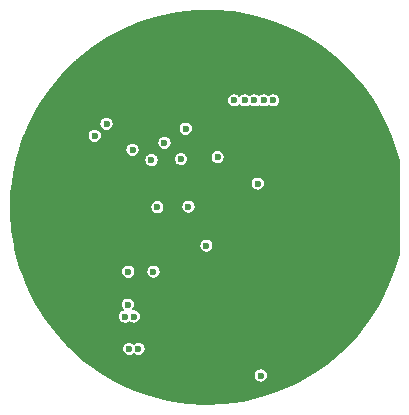
<source format=gbr>
%TF.GenerationSoftware,KiCad,Pcbnew,5.1.6*%
%TF.CreationDate,2020-10-02T21:06:49+02:00*%
%TF.ProjectId,NRF24,4e524632-342e-46b6-9963-61645f706362,rev?*%
%TF.SameCoordinates,Original*%
%TF.FileFunction,Copper,L2,Inr*%
%TF.FilePolarity,Positive*%
%FSLAX46Y46*%
G04 Gerber Fmt 4.6, Leading zero omitted, Abs format (unit mm)*
G04 Created by KiCad (PCBNEW 5.1.6) date 2020-10-02 21:06:49*
%MOMM*%
%LPD*%
G01*
G04 APERTURE LIST*
%TA.AperFunction,ViaPad*%
%ADD10C,0.600000*%
%TD*%
%TA.AperFunction,Conductor*%
%ADD11C,0.200000*%
%TD*%
G04 APERTURE END LIST*
D10*
%TO.N,GND*%
X178500000Y-71500000D03*
X181800000Y-88000000D03*
X183200000Y-86600000D03*
X183200000Y-88000000D03*
X181800000Y-86600000D03*
X184000000Y-84000000D03*
X184000000Y-83000000D03*
X182950000Y-90500000D03*
X177700000Y-90500000D03*
X172462500Y-92712562D03*
X172250000Y-86499988D03*
X179600020Y-84000000D03*
X177000000Y-83250000D03*
X172900000Y-78500000D03*
X172500000Y-89100000D03*
X178000000Y-80200000D03*
X177737484Y-92712516D03*
X186300000Y-81600000D03*
X183900000Y-81600000D03*
X177900000Y-93800000D03*
X189499982Y-90250000D03*
X175000000Y-95500000D03*
X185500000Y-81600000D03*
X184700000Y-81600000D03*
X185050000Y-82300006D03*
X186250000Y-84500000D03*
X187250000Y-84500000D03*
X188250000Y-84500000D03*
X189250000Y-84500000D03*
X189500000Y-89250000D03*
X190250000Y-90000000D03*
X185850000Y-90250000D03*
X186800000Y-90250000D03*
X175750000Y-97000000D03*
X175750000Y-97750000D03*
X178500000Y-72500000D03*
X178500000Y-73500000D03*
X179500000Y-74500000D03*
X180750000Y-74500000D03*
X182000000Y-74500000D03*
X183250000Y-73500000D03*
X191250000Y-84500000D03*
X191250000Y-83500000D03*
X192000000Y-82750000D03*
X193000000Y-82750000D03*
X194000000Y-82750000D03*
X195000000Y-82750000D03*
X196000000Y-82750000D03*
X191250000Y-90000000D03*
X191250000Y-91000000D03*
X192000000Y-91750000D03*
X193000000Y-91750000D03*
X194000000Y-91750000D03*
X195000000Y-91750000D03*
X196000000Y-91750000D03*
X164700000Y-87200000D03*
X164800000Y-85800000D03*
X164900000Y-84500000D03*
X165200000Y-83100000D03*
X165700000Y-81800000D03*
X166300000Y-80400000D03*
X166900000Y-79300000D03*
X167600000Y-78000000D03*
X168500000Y-77000000D03*
X169400000Y-75900000D03*
X170400000Y-75000000D03*
X171600000Y-74100000D03*
X172700000Y-73400000D03*
X173900000Y-72700000D03*
X175300000Y-72200000D03*
X176600000Y-71800000D03*
X184900000Y-71800000D03*
X186200000Y-72300000D03*
X187500000Y-72700000D03*
X188800000Y-73400000D03*
X189900000Y-74200000D03*
X191000000Y-75000000D03*
X192100000Y-75900000D03*
X193000000Y-76900000D03*
X193900000Y-78000000D03*
X194600000Y-79300000D03*
X195200000Y-80500000D03*
X195800000Y-81800000D03*
X195800000Y-92700000D03*
X195200000Y-94000000D03*
X194600000Y-95200000D03*
X193800000Y-96400000D03*
X193000000Y-97500000D03*
X192100000Y-98600000D03*
X191000000Y-99600000D03*
X189900000Y-100400000D03*
X188700000Y-101100000D03*
X187500000Y-101800000D03*
X186200000Y-102300000D03*
X178000000Y-103100000D03*
X176600000Y-102800000D03*
X175200000Y-102300000D03*
X172700000Y-101100000D03*
X171600000Y-100300000D03*
X170400000Y-99500000D03*
X169400000Y-98600000D03*
X168500000Y-97500000D03*
X167700000Y-96400000D03*
X166900000Y-95200000D03*
X166200000Y-94000000D03*
X165700000Y-92700000D03*
X165300000Y-91400000D03*
X164900000Y-90000000D03*
X164800000Y-88700000D03*
X174000000Y-101750000D03*
X183250000Y-71500000D03*
X183250000Y-72500000D03*
X190750000Y-85500000D03*
X190250000Y-84500000D03*
X172300000Y-90500000D03*
X179245700Y-94347149D03*
X180799996Y-92000000D03*
X181350000Y-91500009D03*
X186699998Y-93600000D03*
X186150000Y-94050000D03*
%TO.N,/I2C_SDA*%
X174400000Y-82399994D03*
X177100000Y-81800000D03*
%TO.N,/SPI_SCK*%
X176500000Y-87249985D03*
X179128621Y-87199999D03*
%TO.N,Net-(BT1-Pad1)*%
X174100000Y-99250000D03*
X174900000Y-99250000D03*
%TO.N,VCC*%
X173750000Y-96500000D03*
X174037512Y-92712488D03*
X176000000Y-83250000D03*
X172200000Y-80200000D03*
X171200000Y-81200000D03*
X178900000Y-80600000D03*
X174000000Y-95500000D03*
X176166753Y-92698446D03*
X174500000Y-96500000D03*
X178500000Y-83173790D03*
X185250000Y-101500000D03*
%TO.N,+VSW*%
X186300000Y-78200000D03*
X180650000Y-90500000D03*
X181600000Y-83000000D03*
X185500000Y-78200000D03*
X185000000Y-85250000D03*
X183900000Y-78200000D03*
X184700000Y-78200000D03*
X183000000Y-78200000D03*
%TD*%
D11*
%TO.N,GND*%
G36*
X182960183Y-70744771D02*
G01*
X184531960Y-71032593D01*
X186068921Y-71469741D01*
X187556911Y-72052189D01*
X188982214Y-72774567D01*
X190331724Y-73630232D01*
X191593006Y-74611301D01*
X192754456Y-75708748D01*
X193805368Y-76912454D01*
X194736073Y-78211347D01*
X195538004Y-79593471D01*
X196203767Y-81046085D01*
X196728522Y-82559521D01*
X196925000Y-83292788D01*
X196925001Y-91203229D01*
X196483240Y-92706432D01*
X195887836Y-94189267D01*
X195153041Y-95608223D01*
X194285635Y-96950210D01*
X193293595Y-98202886D01*
X192186054Y-99354716D01*
X190973222Y-100395083D01*
X189666256Y-101314418D01*
X188277196Y-102104253D01*
X186818825Y-102757316D01*
X185304571Y-103267596D01*
X183748384Y-103630390D01*
X182164590Y-103842360D01*
X180567775Y-103901555D01*
X178972627Y-103807428D01*
X177393856Y-103560849D01*
X175845976Y-103164083D01*
X174343259Y-102620790D01*
X172899529Y-101935966D01*
X172071588Y-101440905D01*
X184650000Y-101440905D01*
X184650000Y-101559095D01*
X184673058Y-101675014D01*
X184718287Y-101784207D01*
X184783950Y-101882478D01*
X184867522Y-101966050D01*
X184965793Y-102031713D01*
X185074986Y-102076942D01*
X185190905Y-102100000D01*
X185309095Y-102100000D01*
X185425014Y-102076942D01*
X185534207Y-102031713D01*
X185632478Y-101966050D01*
X185716050Y-101882478D01*
X185781713Y-101784207D01*
X185826942Y-101675014D01*
X185850000Y-101559095D01*
X185850000Y-101440905D01*
X185826942Y-101324986D01*
X185781713Y-101215793D01*
X185716050Y-101117522D01*
X185632478Y-101033950D01*
X185534207Y-100968287D01*
X185425014Y-100923058D01*
X185309095Y-100900000D01*
X185190905Y-100900000D01*
X185074986Y-100923058D01*
X184965793Y-100968287D01*
X184867522Y-101033950D01*
X184783950Y-101117522D01*
X184718287Y-101215793D01*
X184673058Y-101324986D01*
X184650000Y-101440905D01*
X172071588Y-101440905D01*
X171528085Y-101115922D01*
X170241552Y-100168205D01*
X169151453Y-99190905D01*
X173500000Y-99190905D01*
X173500000Y-99309095D01*
X173523058Y-99425014D01*
X173568287Y-99534207D01*
X173633950Y-99632478D01*
X173717522Y-99716050D01*
X173815793Y-99781713D01*
X173924986Y-99826942D01*
X174040905Y-99850000D01*
X174159095Y-99850000D01*
X174275014Y-99826942D01*
X174384207Y-99781713D01*
X174482478Y-99716050D01*
X174500000Y-99698528D01*
X174517522Y-99716050D01*
X174615793Y-99781713D01*
X174724986Y-99826942D01*
X174840905Y-99850000D01*
X174959095Y-99850000D01*
X175075014Y-99826942D01*
X175184207Y-99781713D01*
X175282478Y-99716050D01*
X175366050Y-99632478D01*
X175431713Y-99534207D01*
X175476942Y-99425014D01*
X175500000Y-99309095D01*
X175500000Y-99190905D01*
X175476942Y-99074986D01*
X175431713Y-98965793D01*
X175366050Y-98867522D01*
X175282478Y-98783950D01*
X175184207Y-98718287D01*
X175075014Y-98673058D01*
X174959095Y-98650000D01*
X174840905Y-98650000D01*
X174724986Y-98673058D01*
X174615793Y-98718287D01*
X174517522Y-98783950D01*
X174500000Y-98801472D01*
X174482478Y-98783950D01*
X174384207Y-98718287D01*
X174275014Y-98673058D01*
X174159095Y-98650000D01*
X174040905Y-98650000D01*
X173924986Y-98673058D01*
X173815793Y-98718287D01*
X173717522Y-98783950D01*
X173633950Y-98867522D01*
X173568287Y-98965793D01*
X173523058Y-99074986D01*
X173500000Y-99190905D01*
X169151453Y-99190905D01*
X169051779Y-99101545D01*
X167969712Y-97925754D01*
X167005325Y-96651669D01*
X166875546Y-96440905D01*
X173150000Y-96440905D01*
X173150000Y-96559095D01*
X173173058Y-96675014D01*
X173218287Y-96784207D01*
X173283950Y-96882478D01*
X173367522Y-96966050D01*
X173465793Y-97031713D01*
X173574986Y-97076942D01*
X173690905Y-97100000D01*
X173809095Y-97100000D01*
X173925014Y-97076942D01*
X174034207Y-97031713D01*
X174125000Y-96971047D01*
X174215793Y-97031713D01*
X174324986Y-97076942D01*
X174440905Y-97100000D01*
X174559095Y-97100000D01*
X174675014Y-97076942D01*
X174784207Y-97031713D01*
X174882478Y-96966050D01*
X174966050Y-96882478D01*
X175031713Y-96784207D01*
X175076942Y-96675014D01*
X175100000Y-96559095D01*
X175100000Y-96440905D01*
X175076942Y-96324986D01*
X175031713Y-96215793D01*
X174966050Y-96117522D01*
X174882478Y-96033950D01*
X174784207Y-95968287D01*
X174675014Y-95923058D01*
X174559095Y-95900000D01*
X174448528Y-95900000D01*
X174466050Y-95882478D01*
X174531713Y-95784207D01*
X174576942Y-95675014D01*
X174600000Y-95559095D01*
X174600000Y-95440905D01*
X174576942Y-95324986D01*
X174531713Y-95215793D01*
X174466050Y-95117522D01*
X174382478Y-95033950D01*
X174284207Y-94968287D01*
X174175014Y-94923058D01*
X174059095Y-94900000D01*
X173940905Y-94900000D01*
X173824986Y-94923058D01*
X173715793Y-94968287D01*
X173617522Y-95033950D01*
X173533950Y-95117522D01*
X173468287Y-95215793D01*
X173423058Y-95324986D01*
X173400000Y-95440905D01*
X173400000Y-95559095D01*
X173423058Y-95675014D01*
X173468287Y-95784207D01*
X173533950Y-95882478D01*
X173574664Y-95923192D01*
X173465793Y-95968287D01*
X173367522Y-96033950D01*
X173283950Y-96117522D01*
X173218287Y-96215793D01*
X173173058Y-96324986D01*
X173150000Y-96440905D01*
X166875546Y-96440905D01*
X166167491Y-95291014D01*
X165463927Y-93856320D01*
X165011225Y-92653393D01*
X173437512Y-92653393D01*
X173437512Y-92771583D01*
X173460570Y-92887502D01*
X173505799Y-92996695D01*
X173571462Y-93094966D01*
X173655034Y-93178538D01*
X173753305Y-93244201D01*
X173862498Y-93289430D01*
X173978417Y-93312488D01*
X174096607Y-93312488D01*
X174212526Y-93289430D01*
X174321719Y-93244201D01*
X174419990Y-93178538D01*
X174503562Y-93094966D01*
X174569225Y-92996695D01*
X174614454Y-92887502D01*
X174637512Y-92771583D01*
X174637512Y-92653393D01*
X174634719Y-92639351D01*
X175566753Y-92639351D01*
X175566753Y-92757541D01*
X175589811Y-92873460D01*
X175635040Y-92982653D01*
X175700703Y-93080924D01*
X175784275Y-93164496D01*
X175882546Y-93230159D01*
X175991739Y-93275388D01*
X176107658Y-93298446D01*
X176225848Y-93298446D01*
X176341767Y-93275388D01*
X176450960Y-93230159D01*
X176549231Y-93164496D01*
X176632803Y-93080924D01*
X176698466Y-92982653D01*
X176743695Y-92873460D01*
X176766753Y-92757541D01*
X176766753Y-92639351D01*
X176743695Y-92523432D01*
X176698466Y-92414239D01*
X176632803Y-92315968D01*
X176549231Y-92232396D01*
X176450960Y-92166733D01*
X176341767Y-92121504D01*
X176225848Y-92098446D01*
X176107658Y-92098446D01*
X175991739Y-92121504D01*
X175882546Y-92166733D01*
X175784275Y-92232396D01*
X175700703Y-92315968D01*
X175635040Y-92414239D01*
X175589811Y-92523432D01*
X175566753Y-92639351D01*
X174634719Y-92639351D01*
X174614454Y-92537474D01*
X174569225Y-92428281D01*
X174503562Y-92330010D01*
X174419990Y-92246438D01*
X174321719Y-92180775D01*
X174212526Y-92135546D01*
X174096607Y-92112488D01*
X173978417Y-92112488D01*
X173862498Y-92135546D01*
X173753305Y-92180775D01*
X173655034Y-92246438D01*
X173571462Y-92330010D01*
X173505799Y-92428281D01*
X173460570Y-92537474D01*
X173437512Y-92653393D01*
X165011225Y-92653393D01*
X164901117Y-92360813D01*
X164484231Y-90818224D01*
X164420257Y-90440905D01*
X180050000Y-90440905D01*
X180050000Y-90559095D01*
X180073058Y-90675014D01*
X180118287Y-90784207D01*
X180183950Y-90882478D01*
X180267522Y-90966050D01*
X180365793Y-91031713D01*
X180474986Y-91076942D01*
X180590905Y-91100000D01*
X180709095Y-91100000D01*
X180825014Y-91076942D01*
X180934207Y-91031713D01*
X181032478Y-90966050D01*
X181116050Y-90882478D01*
X181181713Y-90784207D01*
X181226942Y-90675014D01*
X181250000Y-90559095D01*
X181250000Y-90440905D01*
X181226942Y-90324986D01*
X181181713Y-90215793D01*
X181116050Y-90117522D01*
X181032478Y-90033950D01*
X180934207Y-89968287D01*
X180825014Y-89923058D01*
X180709095Y-89900000D01*
X180590905Y-89900000D01*
X180474986Y-89923058D01*
X180365793Y-89968287D01*
X180267522Y-90033950D01*
X180183950Y-90117522D01*
X180118287Y-90215793D01*
X180073058Y-90324986D01*
X180050000Y-90440905D01*
X164420257Y-90440905D01*
X164217116Y-89242795D01*
X164102229Y-87649012D01*
X164113241Y-87190890D01*
X175900000Y-87190890D01*
X175900000Y-87309080D01*
X175923058Y-87424999D01*
X175968287Y-87534192D01*
X176033950Y-87632463D01*
X176117522Y-87716035D01*
X176215793Y-87781698D01*
X176324986Y-87826927D01*
X176440905Y-87849985D01*
X176559095Y-87849985D01*
X176675014Y-87826927D01*
X176784207Y-87781698D01*
X176882478Y-87716035D01*
X176966050Y-87632463D01*
X177031713Y-87534192D01*
X177076942Y-87424999D01*
X177100000Y-87309080D01*
X177100000Y-87190890D01*
X177090058Y-87140904D01*
X178528621Y-87140904D01*
X178528621Y-87259094D01*
X178551679Y-87375013D01*
X178596908Y-87484206D01*
X178662571Y-87582477D01*
X178746143Y-87666049D01*
X178844414Y-87731712D01*
X178953607Y-87776941D01*
X179069526Y-87799999D01*
X179187716Y-87799999D01*
X179303635Y-87776941D01*
X179412828Y-87731712D01*
X179511099Y-87666049D01*
X179594671Y-87582477D01*
X179660334Y-87484206D01*
X179705563Y-87375013D01*
X179728621Y-87259094D01*
X179728621Y-87140904D01*
X179705563Y-87024985D01*
X179660334Y-86915792D01*
X179594671Y-86817521D01*
X179511099Y-86733949D01*
X179412828Y-86668286D01*
X179303635Y-86623057D01*
X179187716Y-86599999D01*
X179069526Y-86599999D01*
X178953607Y-86623057D01*
X178844414Y-86668286D01*
X178746143Y-86733949D01*
X178662571Y-86817521D01*
X178596908Y-86915792D01*
X178551679Y-87024985D01*
X178528621Y-87140904D01*
X177090058Y-87140904D01*
X177076942Y-87074971D01*
X177031713Y-86965778D01*
X176966050Y-86867507D01*
X176882478Y-86783935D01*
X176784207Y-86718272D01*
X176675014Y-86673043D01*
X176559095Y-86649985D01*
X176440905Y-86649985D01*
X176324986Y-86673043D01*
X176215793Y-86718272D01*
X176117522Y-86783935D01*
X176033950Y-86867507D01*
X175968287Y-86965778D01*
X175923058Y-87074971D01*
X175900000Y-87190890D01*
X164113241Y-87190890D01*
X164140628Y-86051563D01*
X164244428Y-85190905D01*
X184400000Y-85190905D01*
X184400000Y-85309095D01*
X184423058Y-85425014D01*
X184468287Y-85534207D01*
X184533950Y-85632478D01*
X184617522Y-85716050D01*
X184715793Y-85781713D01*
X184824986Y-85826942D01*
X184940905Y-85850000D01*
X185059095Y-85850000D01*
X185175014Y-85826942D01*
X185284207Y-85781713D01*
X185382478Y-85716050D01*
X185466050Y-85632478D01*
X185531713Y-85534207D01*
X185576942Y-85425014D01*
X185600000Y-85309095D01*
X185600000Y-85190905D01*
X185576942Y-85074986D01*
X185531713Y-84965793D01*
X185466050Y-84867522D01*
X185382478Y-84783950D01*
X185284207Y-84718287D01*
X185175014Y-84673058D01*
X185059095Y-84650000D01*
X184940905Y-84650000D01*
X184824986Y-84673058D01*
X184715793Y-84718287D01*
X184617522Y-84783950D01*
X184533950Y-84867522D01*
X184468287Y-84965793D01*
X184423058Y-85074986D01*
X184400000Y-85190905D01*
X164244428Y-85190905D01*
X164331961Y-84465133D01*
X164611582Y-83190905D01*
X175400000Y-83190905D01*
X175400000Y-83309095D01*
X175423058Y-83425014D01*
X175468287Y-83534207D01*
X175533950Y-83632478D01*
X175617522Y-83716050D01*
X175715793Y-83781713D01*
X175824986Y-83826942D01*
X175940905Y-83850000D01*
X176059095Y-83850000D01*
X176175014Y-83826942D01*
X176284207Y-83781713D01*
X176382478Y-83716050D01*
X176466050Y-83632478D01*
X176531713Y-83534207D01*
X176576942Y-83425014D01*
X176600000Y-83309095D01*
X176600000Y-83190905D01*
X176584841Y-83114695D01*
X177900000Y-83114695D01*
X177900000Y-83232885D01*
X177923058Y-83348804D01*
X177968287Y-83457997D01*
X178033950Y-83556268D01*
X178117522Y-83639840D01*
X178215793Y-83705503D01*
X178324986Y-83750732D01*
X178440905Y-83773790D01*
X178559095Y-83773790D01*
X178675014Y-83750732D01*
X178784207Y-83705503D01*
X178882478Y-83639840D01*
X178966050Y-83556268D01*
X179031713Y-83457997D01*
X179076942Y-83348804D01*
X179100000Y-83232885D01*
X179100000Y-83114695D01*
X179076942Y-82998776D01*
X179052972Y-82940905D01*
X181000000Y-82940905D01*
X181000000Y-83059095D01*
X181023058Y-83175014D01*
X181068287Y-83284207D01*
X181133950Y-83382478D01*
X181217522Y-83466050D01*
X181315793Y-83531713D01*
X181424986Y-83576942D01*
X181540905Y-83600000D01*
X181659095Y-83600000D01*
X181775014Y-83576942D01*
X181884207Y-83531713D01*
X181982478Y-83466050D01*
X182066050Y-83382478D01*
X182131713Y-83284207D01*
X182176942Y-83175014D01*
X182200000Y-83059095D01*
X182200000Y-82940905D01*
X182176942Y-82824986D01*
X182131713Y-82715793D01*
X182066050Y-82617522D01*
X181982478Y-82533950D01*
X181884207Y-82468287D01*
X181775014Y-82423058D01*
X181659095Y-82400000D01*
X181540905Y-82400000D01*
X181424986Y-82423058D01*
X181315793Y-82468287D01*
X181217522Y-82533950D01*
X181133950Y-82617522D01*
X181068287Y-82715793D01*
X181023058Y-82824986D01*
X181000000Y-82940905D01*
X179052972Y-82940905D01*
X179031713Y-82889583D01*
X178966050Y-82791312D01*
X178882478Y-82707740D01*
X178784207Y-82642077D01*
X178675014Y-82596848D01*
X178559095Y-82573790D01*
X178440905Y-82573790D01*
X178324986Y-82596848D01*
X178215793Y-82642077D01*
X178117522Y-82707740D01*
X178033950Y-82791312D01*
X177968287Y-82889583D01*
X177923058Y-82998776D01*
X177900000Y-83114695D01*
X176584841Y-83114695D01*
X176576942Y-83074986D01*
X176531713Y-82965793D01*
X176466050Y-82867522D01*
X176382478Y-82783950D01*
X176284207Y-82718287D01*
X176175014Y-82673058D01*
X176059095Y-82650000D01*
X175940905Y-82650000D01*
X175824986Y-82673058D01*
X175715793Y-82718287D01*
X175617522Y-82783950D01*
X175533950Y-82867522D01*
X175468287Y-82965793D01*
X175423058Y-83074986D01*
X175400000Y-83190905D01*
X164611582Y-83190905D01*
X164674464Y-82904355D01*
X164856205Y-82340899D01*
X173800000Y-82340899D01*
X173800000Y-82459089D01*
X173823058Y-82575008D01*
X173868287Y-82684201D01*
X173933950Y-82782472D01*
X174017522Y-82866044D01*
X174115793Y-82931707D01*
X174224986Y-82976936D01*
X174340905Y-82999994D01*
X174459095Y-82999994D01*
X174575014Y-82976936D01*
X174684207Y-82931707D01*
X174782478Y-82866044D01*
X174866050Y-82782472D01*
X174931713Y-82684201D01*
X174976942Y-82575008D01*
X175000000Y-82459089D01*
X175000000Y-82340899D01*
X174976942Y-82224980D01*
X174931713Y-82115787D01*
X174866050Y-82017516D01*
X174782478Y-81933944D01*
X174684207Y-81868281D01*
X174575014Y-81823052D01*
X174459095Y-81799994D01*
X174340905Y-81799994D01*
X174224986Y-81823052D01*
X174115793Y-81868281D01*
X174017522Y-81933944D01*
X173933950Y-82017516D01*
X173868287Y-82115787D01*
X173823058Y-82224980D01*
X173800000Y-82340899D01*
X164856205Y-82340899D01*
X165164982Y-81383595D01*
X165269887Y-81140905D01*
X170600000Y-81140905D01*
X170600000Y-81259095D01*
X170623058Y-81375014D01*
X170668287Y-81484207D01*
X170733950Y-81582478D01*
X170817522Y-81666050D01*
X170915793Y-81731713D01*
X171024986Y-81776942D01*
X171140905Y-81800000D01*
X171259095Y-81800000D01*
X171375014Y-81776942D01*
X171462015Y-81740905D01*
X176500000Y-81740905D01*
X176500000Y-81859095D01*
X176523058Y-81975014D01*
X176568287Y-82084207D01*
X176633950Y-82182478D01*
X176717522Y-82266050D01*
X176815793Y-82331713D01*
X176924986Y-82376942D01*
X177040905Y-82400000D01*
X177159095Y-82400000D01*
X177275014Y-82376942D01*
X177384207Y-82331713D01*
X177482478Y-82266050D01*
X177566050Y-82182478D01*
X177631713Y-82084207D01*
X177676942Y-81975014D01*
X177700000Y-81859095D01*
X177700000Y-81740905D01*
X177676942Y-81624986D01*
X177631713Y-81515793D01*
X177566050Y-81417522D01*
X177482478Y-81333950D01*
X177384207Y-81268287D01*
X177275014Y-81223058D01*
X177159095Y-81200000D01*
X177040905Y-81200000D01*
X176924986Y-81223058D01*
X176815793Y-81268287D01*
X176717522Y-81333950D01*
X176633950Y-81417522D01*
X176568287Y-81515793D01*
X176523058Y-81624986D01*
X176500000Y-81740905D01*
X171462015Y-81740905D01*
X171484207Y-81731713D01*
X171582478Y-81666050D01*
X171666050Y-81582478D01*
X171731713Y-81484207D01*
X171776942Y-81375014D01*
X171800000Y-81259095D01*
X171800000Y-81140905D01*
X171776942Y-81024986D01*
X171731713Y-80915793D01*
X171666050Y-80817522D01*
X171582478Y-80733950D01*
X171484207Y-80668287D01*
X171375014Y-80623058D01*
X171259095Y-80600000D01*
X171140905Y-80600000D01*
X171024986Y-80623058D01*
X170915793Y-80668287D01*
X170817522Y-80733950D01*
X170733950Y-80817522D01*
X170668287Y-80915793D01*
X170623058Y-81024986D01*
X170600000Y-81140905D01*
X165269887Y-81140905D01*
X165702148Y-80140905D01*
X171600000Y-80140905D01*
X171600000Y-80259095D01*
X171623058Y-80375014D01*
X171668287Y-80484207D01*
X171733950Y-80582478D01*
X171817522Y-80666050D01*
X171915793Y-80731713D01*
X172024986Y-80776942D01*
X172140905Y-80800000D01*
X172259095Y-80800000D01*
X172375014Y-80776942D01*
X172484207Y-80731713D01*
X172582478Y-80666050D01*
X172666050Y-80582478D01*
X172693828Y-80540905D01*
X178300000Y-80540905D01*
X178300000Y-80659095D01*
X178323058Y-80775014D01*
X178368287Y-80884207D01*
X178433950Y-80982478D01*
X178517522Y-81066050D01*
X178615793Y-81131713D01*
X178724986Y-81176942D01*
X178840905Y-81200000D01*
X178959095Y-81200000D01*
X179075014Y-81176942D01*
X179184207Y-81131713D01*
X179282478Y-81066050D01*
X179366050Y-80982478D01*
X179431713Y-80884207D01*
X179476942Y-80775014D01*
X179500000Y-80659095D01*
X179500000Y-80540905D01*
X179476942Y-80424986D01*
X179431713Y-80315793D01*
X179366050Y-80217522D01*
X179282478Y-80133950D01*
X179184207Y-80068287D01*
X179075014Y-80023058D01*
X178959095Y-80000000D01*
X178840905Y-80000000D01*
X178724986Y-80023058D01*
X178615793Y-80068287D01*
X178517522Y-80133950D01*
X178433950Y-80217522D01*
X178368287Y-80315793D01*
X178323058Y-80424986D01*
X178300000Y-80540905D01*
X172693828Y-80540905D01*
X172731713Y-80484207D01*
X172776942Y-80375014D01*
X172800000Y-80259095D01*
X172800000Y-80140905D01*
X172776942Y-80024986D01*
X172731713Y-79915793D01*
X172666050Y-79817522D01*
X172582478Y-79733950D01*
X172484207Y-79668287D01*
X172375014Y-79623058D01*
X172259095Y-79600000D01*
X172140905Y-79600000D01*
X172024986Y-79623058D01*
X171915793Y-79668287D01*
X171817522Y-79733950D01*
X171733950Y-79817522D01*
X171668287Y-79915793D01*
X171623058Y-80024986D01*
X171600000Y-80140905D01*
X165702148Y-80140905D01*
X165799000Y-79916848D01*
X166570681Y-78517624D01*
X166828403Y-78140905D01*
X182400000Y-78140905D01*
X182400000Y-78259095D01*
X182423058Y-78375014D01*
X182468287Y-78484207D01*
X182533950Y-78582478D01*
X182617522Y-78666050D01*
X182715793Y-78731713D01*
X182824986Y-78776942D01*
X182940905Y-78800000D01*
X183059095Y-78800000D01*
X183175014Y-78776942D01*
X183284207Y-78731713D01*
X183382478Y-78666050D01*
X183450000Y-78598528D01*
X183517522Y-78666050D01*
X183615793Y-78731713D01*
X183724986Y-78776942D01*
X183840905Y-78800000D01*
X183959095Y-78800000D01*
X184075014Y-78776942D01*
X184184207Y-78731713D01*
X184282478Y-78666050D01*
X184300000Y-78648528D01*
X184317522Y-78666050D01*
X184415793Y-78731713D01*
X184524986Y-78776942D01*
X184640905Y-78800000D01*
X184759095Y-78800000D01*
X184875014Y-78776942D01*
X184984207Y-78731713D01*
X185082478Y-78666050D01*
X185100000Y-78648528D01*
X185117522Y-78666050D01*
X185215793Y-78731713D01*
X185324986Y-78776942D01*
X185440905Y-78800000D01*
X185559095Y-78800000D01*
X185675014Y-78776942D01*
X185784207Y-78731713D01*
X185882478Y-78666050D01*
X185900000Y-78648528D01*
X185917522Y-78666050D01*
X186015793Y-78731713D01*
X186124986Y-78776942D01*
X186240905Y-78800000D01*
X186359095Y-78800000D01*
X186475014Y-78776942D01*
X186584207Y-78731713D01*
X186682478Y-78666050D01*
X186766050Y-78582478D01*
X186831713Y-78484207D01*
X186876942Y-78375014D01*
X186900000Y-78259095D01*
X186900000Y-78140905D01*
X186876942Y-78024986D01*
X186831713Y-77915793D01*
X186766050Y-77817522D01*
X186682478Y-77733950D01*
X186584207Y-77668287D01*
X186475014Y-77623058D01*
X186359095Y-77600000D01*
X186240905Y-77600000D01*
X186124986Y-77623058D01*
X186015793Y-77668287D01*
X185917522Y-77733950D01*
X185900000Y-77751472D01*
X185882478Y-77733950D01*
X185784207Y-77668287D01*
X185675014Y-77623058D01*
X185559095Y-77600000D01*
X185440905Y-77600000D01*
X185324986Y-77623058D01*
X185215793Y-77668287D01*
X185117522Y-77733950D01*
X185100000Y-77751472D01*
X185082478Y-77733950D01*
X184984207Y-77668287D01*
X184875014Y-77623058D01*
X184759095Y-77600000D01*
X184640905Y-77600000D01*
X184524986Y-77623058D01*
X184415793Y-77668287D01*
X184317522Y-77733950D01*
X184300000Y-77751472D01*
X184282478Y-77733950D01*
X184184207Y-77668287D01*
X184075014Y-77623058D01*
X183959095Y-77600000D01*
X183840905Y-77600000D01*
X183724986Y-77623058D01*
X183615793Y-77668287D01*
X183517522Y-77733950D01*
X183450000Y-77801472D01*
X183382478Y-77733950D01*
X183284207Y-77668287D01*
X183175014Y-77623058D01*
X183059095Y-77600000D01*
X182940905Y-77600000D01*
X182824986Y-77623058D01*
X182715793Y-77668287D01*
X182617522Y-77733950D01*
X182533950Y-77817522D01*
X182468287Y-77915793D01*
X182423058Y-78024986D01*
X182400000Y-78140905D01*
X166828403Y-78140905D01*
X167472932Y-77198784D01*
X168497412Y-75972518D01*
X169634726Y-74850074D01*
X170874380Y-73841808D01*
X172204958Y-72957004D01*
X173614228Y-72203796D01*
X175089193Y-71589133D01*
X176616273Y-71118670D01*
X178181430Y-70796735D01*
X179770229Y-70626296D01*
X181368058Y-70608922D01*
X182960183Y-70744771D01*
G37*
X182960183Y-70744771D02*
X184531960Y-71032593D01*
X186068921Y-71469741D01*
X187556911Y-72052189D01*
X188982214Y-72774567D01*
X190331724Y-73630232D01*
X191593006Y-74611301D01*
X192754456Y-75708748D01*
X193805368Y-76912454D01*
X194736073Y-78211347D01*
X195538004Y-79593471D01*
X196203767Y-81046085D01*
X196728522Y-82559521D01*
X196925000Y-83292788D01*
X196925001Y-91203229D01*
X196483240Y-92706432D01*
X195887836Y-94189267D01*
X195153041Y-95608223D01*
X194285635Y-96950210D01*
X193293595Y-98202886D01*
X192186054Y-99354716D01*
X190973222Y-100395083D01*
X189666256Y-101314418D01*
X188277196Y-102104253D01*
X186818825Y-102757316D01*
X185304571Y-103267596D01*
X183748384Y-103630390D01*
X182164590Y-103842360D01*
X180567775Y-103901555D01*
X178972627Y-103807428D01*
X177393856Y-103560849D01*
X175845976Y-103164083D01*
X174343259Y-102620790D01*
X172899529Y-101935966D01*
X172071588Y-101440905D01*
X184650000Y-101440905D01*
X184650000Y-101559095D01*
X184673058Y-101675014D01*
X184718287Y-101784207D01*
X184783950Y-101882478D01*
X184867522Y-101966050D01*
X184965793Y-102031713D01*
X185074986Y-102076942D01*
X185190905Y-102100000D01*
X185309095Y-102100000D01*
X185425014Y-102076942D01*
X185534207Y-102031713D01*
X185632478Y-101966050D01*
X185716050Y-101882478D01*
X185781713Y-101784207D01*
X185826942Y-101675014D01*
X185850000Y-101559095D01*
X185850000Y-101440905D01*
X185826942Y-101324986D01*
X185781713Y-101215793D01*
X185716050Y-101117522D01*
X185632478Y-101033950D01*
X185534207Y-100968287D01*
X185425014Y-100923058D01*
X185309095Y-100900000D01*
X185190905Y-100900000D01*
X185074986Y-100923058D01*
X184965793Y-100968287D01*
X184867522Y-101033950D01*
X184783950Y-101117522D01*
X184718287Y-101215793D01*
X184673058Y-101324986D01*
X184650000Y-101440905D01*
X172071588Y-101440905D01*
X171528085Y-101115922D01*
X170241552Y-100168205D01*
X169151453Y-99190905D01*
X173500000Y-99190905D01*
X173500000Y-99309095D01*
X173523058Y-99425014D01*
X173568287Y-99534207D01*
X173633950Y-99632478D01*
X173717522Y-99716050D01*
X173815793Y-99781713D01*
X173924986Y-99826942D01*
X174040905Y-99850000D01*
X174159095Y-99850000D01*
X174275014Y-99826942D01*
X174384207Y-99781713D01*
X174482478Y-99716050D01*
X174500000Y-99698528D01*
X174517522Y-99716050D01*
X174615793Y-99781713D01*
X174724986Y-99826942D01*
X174840905Y-99850000D01*
X174959095Y-99850000D01*
X175075014Y-99826942D01*
X175184207Y-99781713D01*
X175282478Y-99716050D01*
X175366050Y-99632478D01*
X175431713Y-99534207D01*
X175476942Y-99425014D01*
X175500000Y-99309095D01*
X175500000Y-99190905D01*
X175476942Y-99074986D01*
X175431713Y-98965793D01*
X175366050Y-98867522D01*
X175282478Y-98783950D01*
X175184207Y-98718287D01*
X175075014Y-98673058D01*
X174959095Y-98650000D01*
X174840905Y-98650000D01*
X174724986Y-98673058D01*
X174615793Y-98718287D01*
X174517522Y-98783950D01*
X174500000Y-98801472D01*
X174482478Y-98783950D01*
X174384207Y-98718287D01*
X174275014Y-98673058D01*
X174159095Y-98650000D01*
X174040905Y-98650000D01*
X173924986Y-98673058D01*
X173815793Y-98718287D01*
X173717522Y-98783950D01*
X173633950Y-98867522D01*
X173568287Y-98965793D01*
X173523058Y-99074986D01*
X173500000Y-99190905D01*
X169151453Y-99190905D01*
X169051779Y-99101545D01*
X167969712Y-97925754D01*
X167005325Y-96651669D01*
X166875546Y-96440905D01*
X173150000Y-96440905D01*
X173150000Y-96559095D01*
X173173058Y-96675014D01*
X173218287Y-96784207D01*
X173283950Y-96882478D01*
X173367522Y-96966050D01*
X173465793Y-97031713D01*
X173574986Y-97076942D01*
X173690905Y-97100000D01*
X173809095Y-97100000D01*
X173925014Y-97076942D01*
X174034207Y-97031713D01*
X174125000Y-96971047D01*
X174215793Y-97031713D01*
X174324986Y-97076942D01*
X174440905Y-97100000D01*
X174559095Y-97100000D01*
X174675014Y-97076942D01*
X174784207Y-97031713D01*
X174882478Y-96966050D01*
X174966050Y-96882478D01*
X175031713Y-96784207D01*
X175076942Y-96675014D01*
X175100000Y-96559095D01*
X175100000Y-96440905D01*
X175076942Y-96324986D01*
X175031713Y-96215793D01*
X174966050Y-96117522D01*
X174882478Y-96033950D01*
X174784207Y-95968287D01*
X174675014Y-95923058D01*
X174559095Y-95900000D01*
X174448528Y-95900000D01*
X174466050Y-95882478D01*
X174531713Y-95784207D01*
X174576942Y-95675014D01*
X174600000Y-95559095D01*
X174600000Y-95440905D01*
X174576942Y-95324986D01*
X174531713Y-95215793D01*
X174466050Y-95117522D01*
X174382478Y-95033950D01*
X174284207Y-94968287D01*
X174175014Y-94923058D01*
X174059095Y-94900000D01*
X173940905Y-94900000D01*
X173824986Y-94923058D01*
X173715793Y-94968287D01*
X173617522Y-95033950D01*
X173533950Y-95117522D01*
X173468287Y-95215793D01*
X173423058Y-95324986D01*
X173400000Y-95440905D01*
X173400000Y-95559095D01*
X173423058Y-95675014D01*
X173468287Y-95784207D01*
X173533950Y-95882478D01*
X173574664Y-95923192D01*
X173465793Y-95968287D01*
X173367522Y-96033950D01*
X173283950Y-96117522D01*
X173218287Y-96215793D01*
X173173058Y-96324986D01*
X173150000Y-96440905D01*
X166875546Y-96440905D01*
X166167491Y-95291014D01*
X165463927Y-93856320D01*
X165011225Y-92653393D01*
X173437512Y-92653393D01*
X173437512Y-92771583D01*
X173460570Y-92887502D01*
X173505799Y-92996695D01*
X173571462Y-93094966D01*
X173655034Y-93178538D01*
X173753305Y-93244201D01*
X173862498Y-93289430D01*
X173978417Y-93312488D01*
X174096607Y-93312488D01*
X174212526Y-93289430D01*
X174321719Y-93244201D01*
X174419990Y-93178538D01*
X174503562Y-93094966D01*
X174569225Y-92996695D01*
X174614454Y-92887502D01*
X174637512Y-92771583D01*
X174637512Y-92653393D01*
X174634719Y-92639351D01*
X175566753Y-92639351D01*
X175566753Y-92757541D01*
X175589811Y-92873460D01*
X175635040Y-92982653D01*
X175700703Y-93080924D01*
X175784275Y-93164496D01*
X175882546Y-93230159D01*
X175991739Y-93275388D01*
X176107658Y-93298446D01*
X176225848Y-93298446D01*
X176341767Y-93275388D01*
X176450960Y-93230159D01*
X176549231Y-93164496D01*
X176632803Y-93080924D01*
X176698466Y-92982653D01*
X176743695Y-92873460D01*
X176766753Y-92757541D01*
X176766753Y-92639351D01*
X176743695Y-92523432D01*
X176698466Y-92414239D01*
X176632803Y-92315968D01*
X176549231Y-92232396D01*
X176450960Y-92166733D01*
X176341767Y-92121504D01*
X176225848Y-92098446D01*
X176107658Y-92098446D01*
X175991739Y-92121504D01*
X175882546Y-92166733D01*
X175784275Y-92232396D01*
X175700703Y-92315968D01*
X175635040Y-92414239D01*
X175589811Y-92523432D01*
X175566753Y-92639351D01*
X174634719Y-92639351D01*
X174614454Y-92537474D01*
X174569225Y-92428281D01*
X174503562Y-92330010D01*
X174419990Y-92246438D01*
X174321719Y-92180775D01*
X174212526Y-92135546D01*
X174096607Y-92112488D01*
X173978417Y-92112488D01*
X173862498Y-92135546D01*
X173753305Y-92180775D01*
X173655034Y-92246438D01*
X173571462Y-92330010D01*
X173505799Y-92428281D01*
X173460570Y-92537474D01*
X173437512Y-92653393D01*
X165011225Y-92653393D01*
X164901117Y-92360813D01*
X164484231Y-90818224D01*
X164420257Y-90440905D01*
X180050000Y-90440905D01*
X180050000Y-90559095D01*
X180073058Y-90675014D01*
X180118287Y-90784207D01*
X180183950Y-90882478D01*
X180267522Y-90966050D01*
X180365793Y-91031713D01*
X180474986Y-91076942D01*
X180590905Y-91100000D01*
X180709095Y-91100000D01*
X180825014Y-91076942D01*
X180934207Y-91031713D01*
X181032478Y-90966050D01*
X181116050Y-90882478D01*
X181181713Y-90784207D01*
X181226942Y-90675014D01*
X181250000Y-90559095D01*
X181250000Y-90440905D01*
X181226942Y-90324986D01*
X181181713Y-90215793D01*
X181116050Y-90117522D01*
X181032478Y-90033950D01*
X180934207Y-89968287D01*
X180825014Y-89923058D01*
X180709095Y-89900000D01*
X180590905Y-89900000D01*
X180474986Y-89923058D01*
X180365793Y-89968287D01*
X180267522Y-90033950D01*
X180183950Y-90117522D01*
X180118287Y-90215793D01*
X180073058Y-90324986D01*
X180050000Y-90440905D01*
X164420257Y-90440905D01*
X164217116Y-89242795D01*
X164102229Y-87649012D01*
X164113241Y-87190890D01*
X175900000Y-87190890D01*
X175900000Y-87309080D01*
X175923058Y-87424999D01*
X175968287Y-87534192D01*
X176033950Y-87632463D01*
X176117522Y-87716035D01*
X176215793Y-87781698D01*
X176324986Y-87826927D01*
X176440905Y-87849985D01*
X176559095Y-87849985D01*
X176675014Y-87826927D01*
X176784207Y-87781698D01*
X176882478Y-87716035D01*
X176966050Y-87632463D01*
X177031713Y-87534192D01*
X177076942Y-87424999D01*
X177100000Y-87309080D01*
X177100000Y-87190890D01*
X177090058Y-87140904D01*
X178528621Y-87140904D01*
X178528621Y-87259094D01*
X178551679Y-87375013D01*
X178596908Y-87484206D01*
X178662571Y-87582477D01*
X178746143Y-87666049D01*
X178844414Y-87731712D01*
X178953607Y-87776941D01*
X179069526Y-87799999D01*
X179187716Y-87799999D01*
X179303635Y-87776941D01*
X179412828Y-87731712D01*
X179511099Y-87666049D01*
X179594671Y-87582477D01*
X179660334Y-87484206D01*
X179705563Y-87375013D01*
X179728621Y-87259094D01*
X179728621Y-87140904D01*
X179705563Y-87024985D01*
X179660334Y-86915792D01*
X179594671Y-86817521D01*
X179511099Y-86733949D01*
X179412828Y-86668286D01*
X179303635Y-86623057D01*
X179187716Y-86599999D01*
X179069526Y-86599999D01*
X178953607Y-86623057D01*
X178844414Y-86668286D01*
X178746143Y-86733949D01*
X178662571Y-86817521D01*
X178596908Y-86915792D01*
X178551679Y-87024985D01*
X178528621Y-87140904D01*
X177090058Y-87140904D01*
X177076942Y-87074971D01*
X177031713Y-86965778D01*
X176966050Y-86867507D01*
X176882478Y-86783935D01*
X176784207Y-86718272D01*
X176675014Y-86673043D01*
X176559095Y-86649985D01*
X176440905Y-86649985D01*
X176324986Y-86673043D01*
X176215793Y-86718272D01*
X176117522Y-86783935D01*
X176033950Y-86867507D01*
X175968287Y-86965778D01*
X175923058Y-87074971D01*
X175900000Y-87190890D01*
X164113241Y-87190890D01*
X164140628Y-86051563D01*
X164244428Y-85190905D01*
X184400000Y-85190905D01*
X184400000Y-85309095D01*
X184423058Y-85425014D01*
X184468287Y-85534207D01*
X184533950Y-85632478D01*
X184617522Y-85716050D01*
X184715793Y-85781713D01*
X184824986Y-85826942D01*
X184940905Y-85850000D01*
X185059095Y-85850000D01*
X185175014Y-85826942D01*
X185284207Y-85781713D01*
X185382478Y-85716050D01*
X185466050Y-85632478D01*
X185531713Y-85534207D01*
X185576942Y-85425014D01*
X185600000Y-85309095D01*
X185600000Y-85190905D01*
X185576942Y-85074986D01*
X185531713Y-84965793D01*
X185466050Y-84867522D01*
X185382478Y-84783950D01*
X185284207Y-84718287D01*
X185175014Y-84673058D01*
X185059095Y-84650000D01*
X184940905Y-84650000D01*
X184824986Y-84673058D01*
X184715793Y-84718287D01*
X184617522Y-84783950D01*
X184533950Y-84867522D01*
X184468287Y-84965793D01*
X184423058Y-85074986D01*
X184400000Y-85190905D01*
X164244428Y-85190905D01*
X164331961Y-84465133D01*
X164611582Y-83190905D01*
X175400000Y-83190905D01*
X175400000Y-83309095D01*
X175423058Y-83425014D01*
X175468287Y-83534207D01*
X175533950Y-83632478D01*
X175617522Y-83716050D01*
X175715793Y-83781713D01*
X175824986Y-83826942D01*
X175940905Y-83850000D01*
X176059095Y-83850000D01*
X176175014Y-83826942D01*
X176284207Y-83781713D01*
X176382478Y-83716050D01*
X176466050Y-83632478D01*
X176531713Y-83534207D01*
X176576942Y-83425014D01*
X176600000Y-83309095D01*
X176600000Y-83190905D01*
X176584841Y-83114695D01*
X177900000Y-83114695D01*
X177900000Y-83232885D01*
X177923058Y-83348804D01*
X177968287Y-83457997D01*
X178033950Y-83556268D01*
X178117522Y-83639840D01*
X178215793Y-83705503D01*
X178324986Y-83750732D01*
X178440905Y-83773790D01*
X178559095Y-83773790D01*
X178675014Y-83750732D01*
X178784207Y-83705503D01*
X178882478Y-83639840D01*
X178966050Y-83556268D01*
X179031713Y-83457997D01*
X179076942Y-83348804D01*
X179100000Y-83232885D01*
X179100000Y-83114695D01*
X179076942Y-82998776D01*
X179052972Y-82940905D01*
X181000000Y-82940905D01*
X181000000Y-83059095D01*
X181023058Y-83175014D01*
X181068287Y-83284207D01*
X181133950Y-83382478D01*
X181217522Y-83466050D01*
X181315793Y-83531713D01*
X181424986Y-83576942D01*
X181540905Y-83600000D01*
X181659095Y-83600000D01*
X181775014Y-83576942D01*
X181884207Y-83531713D01*
X181982478Y-83466050D01*
X182066050Y-83382478D01*
X182131713Y-83284207D01*
X182176942Y-83175014D01*
X182200000Y-83059095D01*
X182200000Y-82940905D01*
X182176942Y-82824986D01*
X182131713Y-82715793D01*
X182066050Y-82617522D01*
X181982478Y-82533950D01*
X181884207Y-82468287D01*
X181775014Y-82423058D01*
X181659095Y-82400000D01*
X181540905Y-82400000D01*
X181424986Y-82423058D01*
X181315793Y-82468287D01*
X181217522Y-82533950D01*
X181133950Y-82617522D01*
X181068287Y-82715793D01*
X181023058Y-82824986D01*
X181000000Y-82940905D01*
X179052972Y-82940905D01*
X179031713Y-82889583D01*
X178966050Y-82791312D01*
X178882478Y-82707740D01*
X178784207Y-82642077D01*
X178675014Y-82596848D01*
X178559095Y-82573790D01*
X178440905Y-82573790D01*
X178324986Y-82596848D01*
X178215793Y-82642077D01*
X178117522Y-82707740D01*
X178033950Y-82791312D01*
X177968287Y-82889583D01*
X177923058Y-82998776D01*
X177900000Y-83114695D01*
X176584841Y-83114695D01*
X176576942Y-83074986D01*
X176531713Y-82965793D01*
X176466050Y-82867522D01*
X176382478Y-82783950D01*
X176284207Y-82718287D01*
X176175014Y-82673058D01*
X176059095Y-82650000D01*
X175940905Y-82650000D01*
X175824986Y-82673058D01*
X175715793Y-82718287D01*
X175617522Y-82783950D01*
X175533950Y-82867522D01*
X175468287Y-82965793D01*
X175423058Y-83074986D01*
X175400000Y-83190905D01*
X164611582Y-83190905D01*
X164674464Y-82904355D01*
X164856205Y-82340899D01*
X173800000Y-82340899D01*
X173800000Y-82459089D01*
X173823058Y-82575008D01*
X173868287Y-82684201D01*
X173933950Y-82782472D01*
X174017522Y-82866044D01*
X174115793Y-82931707D01*
X174224986Y-82976936D01*
X174340905Y-82999994D01*
X174459095Y-82999994D01*
X174575014Y-82976936D01*
X174684207Y-82931707D01*
X174782478Y-82866044D01*
X174866050Y-82782472D01*
X174931713Y-82684201D01*
X174976942Y-82575008D01*
X175000000Y-82459089D01*
X175000000Y-82340899D01*
X174976942Y-82224980D01*
X174931713Y-82115787D01*
X174866050Y-82017516D01*
X174782478Y-81933944D01*
X174684207Y-81868281D01*
X174575014Y-81823052D01*
X174459095Y-81799994D01*
X174340905Y-81799994D01*
X174224986Y-81823052D01*
X174115793Y-81868281D01*
X174017522Y-81933944D01*
X173933950Y-82017516D01*
X173868287Y-82115787D01*
X173823058Y-82224980D01*
X173800000Y-82340899D01*
X164856205Y-82340899D01*
X165164982Y-81383595D01*
X165269887Y-81140905D01*
X170600000Y-81140905D01*
X170600000Y-81259095D01*
X170623058Y-81375014D01*
X170668287Y-81484207D01*
X170733950Y-81582478D01*
X170817522Y-81666050D01*
X170915793Y-81731713D01*
X171024986Y-81776942D01*
X171140905Y-81800000D01*
X171259095Y-81800000D01*
X171375014Y-81776942D01*
X171462015Y-81740905D01*
X176500000Y-81740905D01*
X176500000Y-81859095D01*
X176523058Y-81975014D01*
X176568287Y-82084207D01*
X176633950Y-82182478D01*
X176717522Y-82266050D01*
X176815793Y-82331713D01*
X176924986Y-82376942D01*
X177040905Y-82400000D01*
X177159095Y-82400000D01*
X177275014Y-82376942D01*
X177384207Y-82331713D01*
X177482478Y-82266050D01*
X177566050Y-82182478D01*
X177631713Y-82084207D01*
X177676942Y-81975014D01*
X177700000Y-81859095D01*
X177700000Y-81740905D01*
X177676942Y-81624986D01*
X177631713Y-81515793D01*
X177566050Y-81417522D01*
X177482478Y-81333950D01*
X177384207Y-81268287D01*
X177275014Y-81223058D01*
X177159095Y-81200000D01*
X177040905Y-81200000D01*
X176924986Y-81223058D01*
X176815793Y-81268287D01*
X176717522Y-81333950D01*
X176633950Y-81417522D01*
X176568287Y-81515793D01*
X176523058Y-81624986D01*
X176500000Y-81740905D01*
X171462015Y-81740905D01*
X171484207Y-81731713D01*
X171582478Y-81666050D01*
X171666050Y-81582478D01*
X171731713Y-81484207D01*
X171776942Y-81375014D01*
X171800000Y-81259095D01*
X171800000Y-81140905D01*
X171776942Y-81024986D01*
X171731713Y-80915793D01*
X171666050Y-80817522D01*
X171582478Y-80733950D01*
X171484207Y-80668287D01*
X171375014Y-80623058D01*
X171259095Y-80600000D01*
X171140905Y-80600000D01*
X171024986Y-80623058D01*
X170915793Y-80668287D01*
X170817522Y-80733950D01*
X170733950Y-80817522D01*
X170668287Y-80915793D01*
X170623058Y-81024986D01*
X170600000Y-81140905D01*
X165269887Y-81140905D01*
X165702148Y-80140905D01*
X171600000Y-80140905D01*
X171600000Y-80259095D01*
X171623058Y-80375014D01*
X171668287Y-80484207D01*
X171733950Y-80582478D01*
X171817522Y-80666050D01*
X171915793Y-80731713D01*
X172024986Y-80776942D01*
X172140905Y-80800000D01*
X172259095Y-80800000D01*
X172375014Y-80776942D01*
X172484207Y-80731713D01*
X172582478Y-80666050D01*
X172666050Y-80582478D01*
X172693828Y-80540905D01*
X178300000Y-80540905D01*
X178300000Y-80659095D01*
X178323058Y-80775014D01*
X178368287Y-80884207D01*
X178433950Y-80982478D01*
X178517522Y-81066050D01*
X178615793Y-81131713D01*
X178724986Y-81176942D01*
X178840905Y-81200000D01*
X178959095Y-81200000D01*
X179075014Y-81176942D01*
X179184207Y-81131713D01*
X179282478Y-81066050D01*
X179366050Y-80982478D01*
X179431713Y-80884207D01*
X179476942Y-80775014D01*
X179500000Y-80659095D01*
X179500000Y-80540905D01*
X179476942Y-80424986D01*
X179431713Y-80315793D01*
X179366050Y-80217522D01*
X179282478Y-80133950D01*
X179184207Y-80068287D01*
X179075014Y-80023058D01*
X178959095Y-80000000D01*
X178840905Y-80000000D01*
X178724986Y-80023058D01*
X178615793Y-80068287D01*
X178517522Y-80133950D01*
X178433950Y-80217522D01*
X178368287Y-80315793D01*
X178323058Y-80424986D01*
X178300000Y-80540905D01*
X172693828Y-80540905D01*
X172731713Y-80484207D01*
X172776942Y-80375014D01*
X172800000Y-80259095D01*
X172800000Y-80140905D01*
X172776942Y-80024986D01*
X172731713Y-79915793D01*
X172666050Y-79817522D01*
X172582478Y-79733950D01*
X172484207Y-79668287D01*
X172375014Y-79623058D01*
X172259095Y-79600000D01*
X172140905Y-79600000D01*
X172024986Y-79623058D01*
X171915793Y-79668287D01*
X171817522Y-79733950D01*
X171733950Y-79817522D01*
X171668287Y-79915793D01*
X171623058Y-80024986D01*
X171600000Y-80140905D01*
X165702148Y-80140905D01*
X165799000Y-79916848D01*
X166570681Y-78517624D01*
X166828403Y-78140905D01*
X182400000Y-78140905D01*
X182400000Y-78259095D01*
X182423058Y-78375014D01*
X182468287Y-78484207D01*
X182533950Y-78582478D01*
X182617522Y-78666050D01*
X182715793Y-78731713D01*
X182824986Y-78776942D01*
X182940905Y-78800000D01*
X183059095Y-78800000D01*
X183175014Y-78776942D01*
X183284207Y-78731713D01*
X183382478Y-78666050D01*
X183450000Y-78598528D01*
X183517522Y-78666050D01*
X183615793Y-78731713D01*
X183724986Y-78776942D01*
X183840905Y-78800000D01*
X183959095Y-78800000D01*
X184075014Y-78776942D01*
X184184207Y-78731713D01*
X184282478Y-78666050D01*
X184300000Y-78648528D01*
X184317522Y-78666050D01*
X184415793Y-78731713D01*
X184524986Y-78776942D01*
X184640905Y-78800000D01*
X184759095Y-78800000D01*
X184875014Y-78776942D01*
X184984207Y-78731713D01*
X185082478Y-78666050D01*
X185100000Y-78648528D01*
X185117522Y-78666050D01*
X185215793Y-78731713D01*
X185324986Y-78776942D01*
X185440905Y-78800000D01*
X185559095Y-78800000D01*
X185675014Y-78776942D01*
X185784207Y-78731713D01*
X185882478Y-78666050D01*
X185900000Y-78648528D01*
X185917522Y-78666050D01*
X186015793Y-78731713D01*
X186124986Y-78776942D01*
X186240905Y-78800000D01*
X186359095Y-78800000D01*
X186475014Y-78776942D01*
X186584207Y-78731713D01*
X186682478Y-78666050D01*
X186766050Y-78582478D01*
X186831713Y-78484207D01*
X186876942Y-78375014D01*
X186900000Y-78259095D01*
X186900000Y-78140905D01*
X186876942Y-78024986D01*
X186831713Y-77915793D01*
X186766050Y-77817522D01*
X186682478Y-77733950D01*
X186584207Y-77668287D01*
X186475014Y-77623058D01*
X186359095Y-77600000D01*
X186240905Y-77600000D01*
X186124986Y-77623058D01*
X186015793Y-77668287D01*
X185917522Y-77733950D01*
X185900000Y-77751472D01*
X185882478Y-77733950D01*
X185784207Y-77668287D01*
X185675014Y-77623058D01*
X185559095Y-77600000D01*
X185440905Y-77600000D01*
X185324986Y-77623058D01*
X185215793Y-77668287D01*
X185117522Y-77733950D01*
X185100000Y-77751472D01*
X185082478Y-77733950D01*
X184984207Y-77668287D01*
X184875014Y-77623058D01*
X184759095Y-77600000D01*
X184640905Y-77600000D01*
X184524986Y-77623058D01*
X184415793Y-77668287D01*
X184317522Y-77733950D01*
X184300000Y-77751472D01*
X184282478Y-77733950D01*
X184184207Y-77668287D01*
X184075014Y-77623058D01*
X183959095Y-77600000D01*
X183840905Y-77600000D01*
X183724986Y-77623058D01*
X183615793Y-77668287D01*
X183517522Y-77733950D01*
X183450000Y-77801472D01*
X183382478Y-77733950D01*
X183284207Y-77668287D01*
X183175014Y-77623058D01*
X183059095Y-77600000D01*
X182940905Y-77600000D01*
X182824986Y-77623058D01*
X182715793Y-77668287D01*
X182617522Y-77733950D01*
X182533950Y-77817522D01*
X182468287Y-77915793D01*
X182423058Y-78024986D01*
X182400000Y-78140905D01*
X166828403Y-78140905D01*
X167472932Y-77198784D01*
X168497412Y-75972518D01*
X169634726Y-74850074D01*
X170874380Y-73841808D01*
X172204958Y-72957004D01*
X173614228Y-72203796D01*
X175089193Y-71589133D01*
X176616273Y-71118670D01*
X178181430Y-70796735D01*
X179770229Y-70626296D01*
X181368058Y-70608922D01*
X182960183Y-70744771D01*
%TD*%
M02*

</source>
